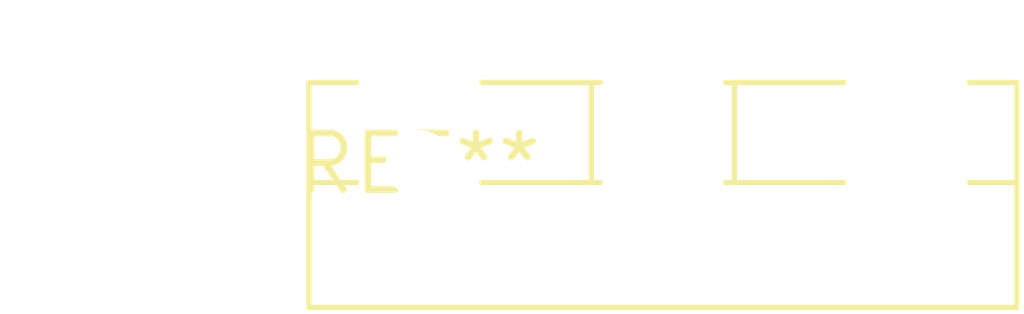
<source format=kicad_pcb>
(kicad_pcb (version 20240108) (generator pcbnew)
  (layers (0 "F.Cu" signal) (31 "B.Cu" signal) (34 "B.Paste" user) (35 "F.Paste" user) (36 "B.SilkS" user "B.Silkscreen") (37 "F.SilkS" user "F.Silkscreen") (38 "B.Mask" user) (39 "F.Mask" user) (44 "Edge.Cuts" user))
  (net 0 "")
  (footprint "TO-3PB-3_Vertical" (layer "F.Cu") (at 0 0)
    (property "Reference" "REF**")
    (property "Value" "TO-3PB-3_Vertical")
    (fp_line (start -2.47 -1.82) (end -2.47 3.22) (layer "F.SilkS") (stroke (width 0.12)))
    (fp_line (start -2.47 -1.82) (end -1.4 -1.82) (layer "F.SilkS") (stroke (width 0.12)))
    (fp_line (start -2.47 0.421) (end -1.4 0.421) (layer "F.SilkS") (stroke (width 0.12)))
    (fp_line (start -2.47 3.22) (end 13.37 3.22) (layer "F.SilkS") (stroke (width 0.12)))
    (fp_line (start 1.4 -1.82) (end 4.051 -1.82) (layer "F.SilkS") (stroke (width 0.12)))
    (fp_line (start 1.4 0.421) (end 4.051 0.421) (layer "F.SilkS") (stroke (width 0.12)))
    (fp_line (start 3.85 -1.82) (end 3.85 0.421) (layer "F.SilkS") (stroke (width 0.12)))
    (fp_line (start 6.85 -1.82) (end 9.5 -1.82) (layer "F.SilkS") (stroke (width 0.12)))
    (fp_line (start 6.85 0.421) (end 9.5 0.421) (layer "F.SilkS") (stroke (width 0.12)))
    (fp_line (start 7.051 -1.82) (end 7.051 0.421) (layer "F.SilkS") (stroke (width 0.12)))
    (fp_line (start 12.3 -1.82) (end 13.37 -1.82) (layer "F.SilkS") (stroke (width 0.12)))
    (fp_line (start 12.3 0.421) (end 13.37 0.421) (layer "F.SilkS") (stroke (width 0.12)))
    (fp_line (start 13.37 -1.82) (end 13.37 3.22) (layer "F.SilkS") (stroke (width 0.12)))
    (pad "1" thru_hole rect (at 0 0) (size 2.5 4.5) (drill 1.5) (layers *.Cu *.Mask) (remove_unused_layers))
    (pad "2" thru_hole oval (at 5.45 0) (size 2.5 4.5) (drill 1.5) (layers *.Cu *.Mask) (remove_unused_layers))
    (pad "3" thru_hole oval (at 10.9 0) (size 2.5 4.5) (drill 1.5) (layers *.Cu *.Mask) (remove_unused_layers))
  )
)
</source>
